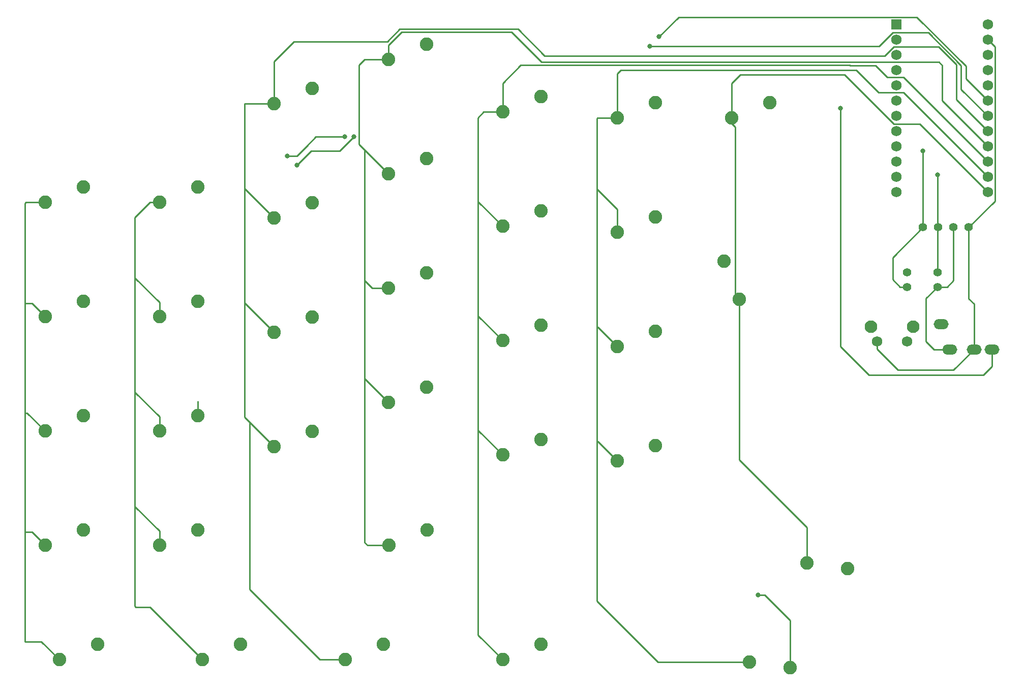
<source format=gtl>
G04 #@! TF.GenerationSoftware,KiCad,Pcbnew,5.1.10*
G04 #@! TF.CreationDate,2021-07-25T23:09:34-04:00*
G04 #@! TF.ProjectId,v04_left,7630345f-6c65-4667-942e-6b696361645f,rev?*
G04 #@! TF.SameCoordinates,Original*
G04 #@! TF.FileFunction,Copper,L1,Top*
G04 #@! TF.FilePolarity,Positive*
%FSLAX46Y46*%
G04 Gerber Fmt 4.6, Leading zero omitted, Abs format (unit mm)*
G04 Created by KiCad (PCBNEW 5.1.10) date 2021-07-25 23:09:34*
%MOMM*%
%LPD*%
G01*
G04 APERTURE LIST*
G04 #@! TA.AperFunction,ComponentPad*
%ADD10C,2.250000*%
G04 #@! TD*
G04 #@! TA.AperFunction,ComponentPad*
%ADD11R,1.752600X1.752600*%
G04 #@! TD*
G04 #@! TA.AperFunction,ComponentPad*
%ADD12C,1.752600*%
G04 #@! TD*
G04 #@! TA.AperFunction,ComponentPad*
%ADD13O,2.500000X1.700000*%
G04 #@! TD*
G04 #@! TA.AperFunction,ComponentPad*
%ADD14C,2.100000*%
G04 #@! TD*
G04 #@! TA.AperFunction,ComponentPad*
%ADD15C,1.750000*%
G04 #@! TD*
G04 #@! TA.AperFunction,ComponentPad*
%ADD16C,1.397000*%
G04 #@! TD*
G04 #@! TA.AperFunction,ViaPad*
%ADD17C,0.800000*%
G04 #@! TD*
G04 #@! TA.AperFunction,Conductor*
%ADD18C,0.250000*%
G04 #@! TD*
G04 APERTURE END LIST*
D10*
X-31328295Y-115488591D03*
X-38097557Y-114513295D03*
D11*
X-13671250Y-8275000D03*
D12*
X-13671250Y-10815000D03*
X-13671250Y-13355000D03*
X-13671250Y-15895000D03*
X-13671250Y-18435000D03*
X-13671250Y-20975000D03*
X-13671250Y-23515000D03*
X-13671250Y-26055000D03*
X-13671250Y-28595000D03*
X-13671250Y-31135000D03*
X-13671250Y-33675000D03*
X1568750Y-36215000D03*
X1568750Y-33675000D03*
X1568750Y-31135000D03*
X1568750Y-28595000D03*
X1568750Y-26055000D03*
X1568750Y-23515000D03*
X1568750Y-20975000D03*
X1568750Y-18435000D03*
X1568750Y-15895000D03*
X1568750Y-13355000D03*
X1568750Y-10815000D03*
X-13671250Y-36215000D03*
X1568750Y-8275000D03*
D13*
X-6243750Y-58225000D03*
X-4743750Y-62425000D03*
X-743750Y-62425000D03*
X2256250Y-62425000D03*
D14*
X-10906250Y-58628750D03*
D15*
X-11906250Y-61118750D03*
X-16906250Y-61118750D03*
D14*
X-17916250Y-58628750D03*
D10*
X-122872500Y-111601250D03*
X-129222500Y-114141250D03*
X-110966250Y-18923000D03*
X-117316250Y-21463000D03*
X-42386250Y-47688500D03*
X-39846250Y-54038500D03*
X-53816250Y-40386000D03*
X-60166250Y-42926000D03*
X-110966250Y-37973000D03*
X-117316250Y-40513000D03*
X-53816250Y-21336000D03*
X-60166250Y-23876000D03*
D16*
X-6811250Y-52011250D03*
X-11891250Y-52011250D03*
X-11891250Y-49630000D03*
X-6811250Y-49630000D03*
X-1606250Y-42088750D03*
X-4146250Y-42088750D03*
X-6686250Y-42088750D03*
X-9226250Y-42088750D03*
D10*
X-72866250Y-111601250D03*
X-79216250Y-114141250D03*
X-91852750Y-92551250D03*
X-98202750Y-95091250D03*
X-99060000Y-111601250D03*
X-105410000Y-114141250D03*
X-146685000Y-111601250D03*
X-153035000Y-114141250D03*
X-21803295Y-98978591D03*
X-28572557Y-98003295D03*
X-53816250Y-78486000D03*
X-60166250Y-81026000D03*
X-72866250Y-77470000D03*
X-79216250Y-80010000D03*
X-91916250Y-68707000D03*
X-98266250Y-71247000D03*
X-110966250Y-76073000D03*
X-117316250Y-78613000D03*
X-130016250Y-92551250D03*
X-136366250Y-95091250D03*
X-149066250Y-92551250D03*
X-155416250Y-95091250D03*
X-53816250Y-59436000D03*
X-60166250Y-61976000D03*
X-72866250Y-58420000D03*
X-79216250Y-60960000D03*
X-91916250Y-49657000D03*
X-98266250Y-52197000D03*
X-110966250Y-57023000D03*
X-117316250Y-59563000D03*
X-130016250Y-73501250D03*
X-136366250Y-76041250D03*
X-149066250Y-73501250D03*
X-155416250Y-76041250D03*
X-72866250Y-39370000D03*
X-79216250Y-41910000D03*
X-91916250Y-30607000D03*
X-98266250Y-33147000D03*
X-130016250Y-54451250D03*
X-136366250Y-56991250D03*
X-149066250Y-54451250D03*
X-155416250Y-56991250D03*
X-34766250Y-21336000D03*
X-41116250Y-23876000D03*
X-72866250Y-20320000D03*
X-79216250Y-22860000D03*
X-91916250Y-11557000D03*
X-98266250Y-14097000D03*
X-130016250Y-35401250D03*
X-136366250Y-37941250D03*
X-149066250Y-35401250D03*
X-155416250Y-37941250D03*
D17*
X-36671058Y-103346058D03*
X-115093750Y-30162500D03*
X-105568750Y-26987500D03*
X-53181250Y-10318750D03*
X-113506250Y-31750000D03*
X-103981250Y-26987500D03*
X-54768750Y-11906250D03*
X-9226250Y-29388750D03*
X-6845000Y-33357500D03*
X-23018750Y-22225000D03*
D18*
X-130016250Y-71120000D02*
X-130016250Y-72390000D01*
X-36671058Y-103346058D02*
X-35560192Y-103346058D01*
X-31328295Y-107577955D02*
X-31328295Y-115488591D01*
X-35560192Y-103346058D02*
X-31328295Y-107577955D01*
X-155416250Y-37941250D02*
X-158591250Y-37941250D01*
X-158591250Y-37941250D02*
X-158750000Y-38100000D01*
X-156051250Y-111125000D02*
X-153035000Y-114141250D01*
X-158750000Y-111125000D02*
X-156051250Y-111125000D01*
X-157638750Y-92868750D02*
X-158750000Y-92868750D01*
X-155416250Y-95091250D02*
X-157638750Y-92868750D01*
X-158750000Y-92868750D02*
X-158750000Y-111125000D01*
X-158432500Y-73025000D02*
X-158750000Y-73025000D01*
X-155416250Y-76041250D02*
X-158432500Y-73025000D01*
X-158750000Y-73025000D02*
X-158750000Y-92868750D01*
X-155416250Y-56991250D02*
X-157638750Y-54768750D01*
X-157638750Y-54768750D02*
X-158750000Y-54768750D01*
X-158750000Y-54768750D02*
X-158750000Y-73025000D01*
X-158750000Y-38100000D02*
X-158750000Y-54768750D01*
X-115093750Y-30162500D02*
X-113506250Y-30162500D01*
X-113506250Y-30162500D02*
X-111918750Y-28575000D01*
X-111918750Y-28575000D02*
X-110331250Y-26987500D01*
X-110331250Y-26987500D02*
X-105568750Y-26987500D01*
X-105568750Y-26987500D02*
X-105568750Y-26987500D01*
X-10267391Y-7073699D02*
X-2082500Y-15258590D01*
X-53181250Y-10318750D02*
X-49916199Y-7053699D01*
X-2082500Y-17323750D02*
X1568750Y-20975000D01*
X-2082500Y-15258590D02*
X-2082500Y-17323750D01*
X-40571301Y-7053699D02*
X-40551301Y-7073699D01*
X-49916199Y-7053699D02*
X-40571301Y-7053699D01*
X-40551301Y-7073699D02*
X-10267391Y-7073699D01*
X-40886199Y-7073699D02*
X-40551301Y-7073699D01*
X-140493750Y-50482500D02*
X-136366250Y-54610000D01*
X-140493750Y-69532500D02*
X-136366250Y-73660000D01*
X-140493750Y-50006250D02*
X-140493750Y-50482500D01*
X-140493750Y-88582500D02*
X-136366250Y-92710000D01*
X-140493750Y-50006250D02*
X-140493750Y-69056250D01*
X-140493750Y-69056250D02*
X-140493750Y-69532500D01*
X-140493750Y-69056250D02*
X-140493750Y-88106250D01*
X-140493750Y-88106250D02*
X-140493750Y-88582500D01*
X-103981250Y-26987500D02*
X-103981250Y-26987500D01*
X-14247875Y-9613699D02*
X-8363801Y-9613699D01*
X-16560426Y-11926250D02*
X-14247875Y-9613699D01*
X-45738750Y-11926250D02*
X-16560426Y-11926250D01*
X-8363801Y-9613699D02*
X-2876250Y-15101250D01*
X-2876250Y-19070000D02*
X1568750Y-23515000D01*
X-2876250Y-15101250D02*
X-2876250Y-19070000D01*
X-140493750Y-40477760D02*
X-140493750Y-50006250D01*
X-137957240Y-37941250D02*
X-140493750Y-40477760D01*
X-136366250Y-37941250D02*
X-137957240Y-37941250D01*
X-140493750Y-105251250D02*
X-140335000Y-105410000D01*
X-140493750Y-88106250D02*
X-140493750Y-105251250D01*
X-137953750Y-105410000D02*
X-129222500Y-114141250D01*
X-140335000Y-105410000D02*
X-137953750Y-105410000D01*
X-136366250Y-73660000D02*
X-136366250Y-76041250D01*
X-136366250Y-54610000D02*
X-136366250Y-56991250D01*
X-106362500Y-29368750D02*
X-103981250Y-26987500D01*
X-111125000Y-29368750D02*
X-106362500Y-29368750D01*
X-113506250Y-31750000D02*
X-111125000Y-29368750D01*
X-45758750Y-11906250D02*
X-45738750Y-11926250D01*
X-54768750Y-11906250D02*
X-45758750Y-11906250D01*
X-136366250Y-92710000D02*
X-136366250Y-95091250D01*
X-117316250Y-21463000D02*
X-122205750Y-21463000D01*
X-122205750Y-35623500D02*
X-117316250Y-40513000D01*
X-122205750Y-21463000D02*
X-122205750Y-35623500D01*
X-122205750Y-54673500D02*
X-117316250Y-59563000D01*
X-122205750Y-35623500D02*
X-122205750Y-54673500D01*
X-122205750Y-54673500D02*
X-122205750Y-73723500D01*
X-122205750Y-73723500D02*
X-121380250Y-74549000D01*
X-121380250Y-74549000D02*
X-117316250Y-78613000D01*
X-109696250Y-114141250D02*
X-105410000Y-114141250D01*
X-121380250Y-102457250D02*
X-109696250Y-114141250D01*
X-121380250Y-74549000D02*
X-121380250Y-102457250D01*
X-117316250Y-21463000D02*
X-117316250Y-14446250D01*
X-96387491Y-9074991D02*
X-76650009Y-9074991D01*
X-117316250Y-14446250D02*
X-113982500Y-11112500D01*
X-64273750Y-13513750D02*
X-15576250Y-13513750D01*
X-98425000Y-11112500D02*
X-96387491Y-9074991D01*
X-3670000Y-20816250D02*
X1568750Y-26055000D01*
X-113982500Y-11112500D02*
X-98425000Y-11112500D01*
X-76650009Y-9074991D02*
X-72231250Y-13493750D01*
X-72231250Y-13493750D02*
X-64293750Y-13493750D01*
X-64293750Y-13493750D02*
X-64273750Y-13513750D01*
X-15576250Y-13513750D02*
X-14078801Y-12016301D01*
X-14078801Y-12016301D02*
X-6616141Y-12016301D01*
X-6616141Y-12016301D02*
X-3670000Y-14962442D01*
X-3670000Y-14962442D02*
X-3670000Y-20816250D01*
X-98266250Y-14097000D02*
X-102203250Y-14097000D01*
X-102203250Y-14097000D02*
X-103187500Y-15081250D01*
X-103187500Y-15081250D02*
X-103187500Y-28225750D01*
X-100996750Y-52197000D02*
X-98266250Y-52197000D01*
X-102219125Y-50974625D02*
X-100996750Y-52197000D01*
X-103187500Y-28225750D02*
X-102219125Y-29194125D01*
X-102219125Y-29194125D02*
X-98266250Y-33147000D01*
X-102219125Y-67294125D02*
X-98266250Y-71247000D01*
X-102219125Y-50180875D02*
X-102219125Y-67294125D01*
X-102219125Y-29194125D02*
X-102219125Y-50180875D01*
X-102219125Y-50180875D02*
X-102219125Y-50974625D01*
X-101758750Y-95091250D02*
X-98202750Y-95091250D01*
X-102219125Y-94630875D02*
X-101758750Y-95091250D01*
X-102219125Y-67294125D02*
X-102219125Y-94630875D01*
X-6051250Y-20975000D02*
X-4712551Y-22313699D01*
X-4712551Y-22313699D02*
X1568750Y-28595000D01*
X-6051250Y-15101250D02*
X-6051250Y-20975000D01*
X-6596199Y-14556301D02*
X-6051250Y-15101250D01*
X-71962449Y-14556301D02*
X-6596199Y-14556301D01*
X-71982449Y-14536301D02*
X-71962449Y-14556301D01*
X-72776199Y-14536301D02*
X-71982449Y-14536301D01*
X-77787500Y-9525000D02*
X-72776199Y-14536301D01*
X-96043750Y-9525000D02*
X-77787500Y-9525000D01*
X-98266250Y-11747500D02*
X-96043750Y-9525000D01*
X-98266250Y-14097000D02*
X-98266250Y-11747500D01*
X-79216250Y-22860000D02*
X-82391250Y-22860000D01*
X-82391250Y-22860000D02*
X-83343750Y-23812500D01*
X-83343750Y-37782500D02*
X-79216250Y-41910000D01*
X-83343750Y-56832500D02*
X-79216250Y-60960000D01*
X-83343750Y-23812500D02*
X-83343750Y-37306250D01*
X-83343750Y-37306250D02*
X-83343750Y-37782500D01*
X-83343750Y-75882500D02*
X-79216250Y-80010000D01*
X-83343750Y-37306250D02*
X-83343750Y-56356250D01*
X-83343750Y-56356250D02*
X-83343750Y-56832500D01*
X-83343750Y-110013750D02*
X-79216250Y-114141250D01*
X-83343750Y-73025000D02*
X-83343750Y-110013750D01*
X-83343750Y-56356250D02*
X-83343750Y-75406250D01*
X-83343750Y-75406250D02*
X-83343750Y-75882500D01*
X-12469949Y-17096301D02*
X1568750Y-31135000D01*
X-15168699Y-17096301D02*
X-12469949Y-17096301D01*
X-21411250Y-15101250D02*
X-17163750Y-15101250D01*
X-21431250Y-15081250D02*
X-21411250Y-15101250D01*
X-76200000Y-15081250D02*
X-21431250Y-15081250D01*
X-17163750Y-15101250D02*
X-15168699Y-17096301D01*
X-79216250Y-18097500D02*
X-76200000Y-15081250D01*
X-79216250Y-22860000D02*
X-79216250Y-18097500D01*
X-60166250Y-23876000D02*
X-63436500Y-23876000D01*
X-63436500Y-23876000D02*
X-63500000Y-23939500D01*
X-63404750Y-77787500D02*
X-60166250Y-81026000D01*
X-63500000Y-77787500D02*
X-63404750Y-77787500D01*
X-63404750Y-58737500D02*
X-63500000Y-58737500D01*
X-60166250Y-61976000D02*
X-63404750Y-58737500D01*
X-60166250Y-39052500D02*
X-63500000Y-35718750D01*
X-60166250Y-42926000D02*
X-60166250Y-39052500D01*
X-63500000Y-35718750D02*
X-63500000Y-58737500D01*
X-63500000Y-23939500D02*
X-63500000Y-35718750D01*
X-38097557Y-114513295D02*
X-53394545Y-114513295D01*
X-63500000Y-104407840D02*
X-63500000Y-72231250D01*
X-63500000Y-72231250D02*
X-63500000Y-77787500D01*
X-53394545Y-114513295D02*
X-63500000Y-104407840D01*
X-63500000Y-58737500D02*
X-63500000Y-72231250D01*
X-12469949Y-19636301D02*
X1568750Y-33675000D01*
X-20358750Y-15875000D02*
X-16597449Y-19636301D01*
X-59531250Y-15875000D02*
X-20358750Y-15875000D01*
X-16597449Y-19636301D02*
X-12469949Y-19636301D01*
X-60166250Y-16510000D02*
X-59531250Y-15875000D01*
X-60166250Y-23876000D02*
X-60166250Y-16510000D01*
X-40481250Y-25400000D02*
X-40481250Y-53403500D01*
X-40481250Y-53403500D02*
X-39846250Y-54038500D01*
X-41116250Y-24765000D02*
X-40481250Y-25400000D01*
X-41116250Y-23876000D02*
X-41116250Y-24765000D01*
X-39846250Y-54038500D02*
X-39846250Y-80803750D01*
X-28572557Y-92077443D02*
X-28572557Y-98003295D01*
X-39846250Y-80803750D02*
X-28572557Y-92077443D01*
X-9792551Y-24853699D02*
X1568750Y-36215000D01*
X-14110477Y-24853699D02*
X-9792551Y-24853699D01*
X-22295426Y-16668750D02*
X-14110477Y-24853699D01*
X-39687500Y-16668750D02*
X-22295426Y-16668750D01*
X-41116250Y-18097500D02*
X-39687500Y-16668750D01*
X-41116250Y-23876000D02*
X-41116250Y-18097500D01*
X-4743750Y-62425000D02*
X-7425000Y-62425000D01*
X-7425000Y-62425000D02*
X-8731250Y-61118750D01*
X-8731250Y-53931250D02*
X-6811250Y-52011250D01*
X-8731250Y-61118750D02*
X-8731250Y-53931250D01*
X-6811250Y-52011250D02*
X-5180000Y-52011250D01*
X-4146250Y-50977500D02*
X-4146250Y-42088750D01*
X-5180000Y-52011250D02*
X-4146250Y-50977500D01*
X-9226250Y-33357500D02*
X-9226250Y-33357500D01*
X-9226250Y-33357500D02*
X-9226250Y-29388750D01*
X-9226250Y-29388750D02*
X-9226250Y-29388750D01*
X-9226250Y-35738750D02*
X-9226250Y-42088750D01*
X-9226250Y-36032120D02*
X-9226250Y-35738750D01*
X-9226250Y-35738750D02*
X-9226250Y-33357500D01*
X-11891250Y-52011250D02*
X-13076250Y-52011250D01*
X-13076250Y-52011250D02*
X-14287500Y-50800000D01*
X-14287500Y-47150000D02*
X-9226250Y-42088750D01*
X-14287500Y-50800000D02*
X-14287500Y-47150000D01*
X-6845000Y-33357500D02*
X-6845000Y-33357500D01*
X-6845000Y-41930000D02*
X-6686250Y-42088750D01*
X-6845000Y-33357500D02*
X-6845000Y-41930000D01*
X-6811250Y-42213750D02*
X-6686250Y-42088750D01*
X-6811250Y-49630000D02*
X-6811250Y-42213750D01*
X-743750Y-62425000D02*
X-743750Y-54818750D01*
X-1606250Y-53956250D02*
X-1606250Y-42088750D01*
X-743750Y-54818750D02*
X-1606250Y-53956250D01*
X-743750Y-62425000D02*
X-4200000Y-65881250D01*
X-16906250Y-62356186D02*
X-16906250Y-61118750D01*
X-13381186Y-65881250D02*
X-16906250Y-62356186D01*
X-4200000Y-65881250D02*
X-13381186Y-65881250D01*
X2770051Y-12016301D02*
X1568750Y-10815000D01*
X2770051Y-37712449D02*
X2770051Y-12016301D01*
X-1606250Y-42088750D02*
X2770051Y-37712449D01*
X2256250Y-62425000D02*
X2256250Y-65212500D01*
X2256250Y-65212500D02*
X793750Y-66675000D01*
X793750Y-66675000D02*
X-18256250Y-66675000D01*
X-18256250Y-66675000D02*
X-23018750Y-61912500D01*
X-23018750Y-61912500D02*
X-23018750Y-22225000D01*
X-23018750Y-22225000D02*
X-23018750Y-22225000D01*
M02*

</source>
